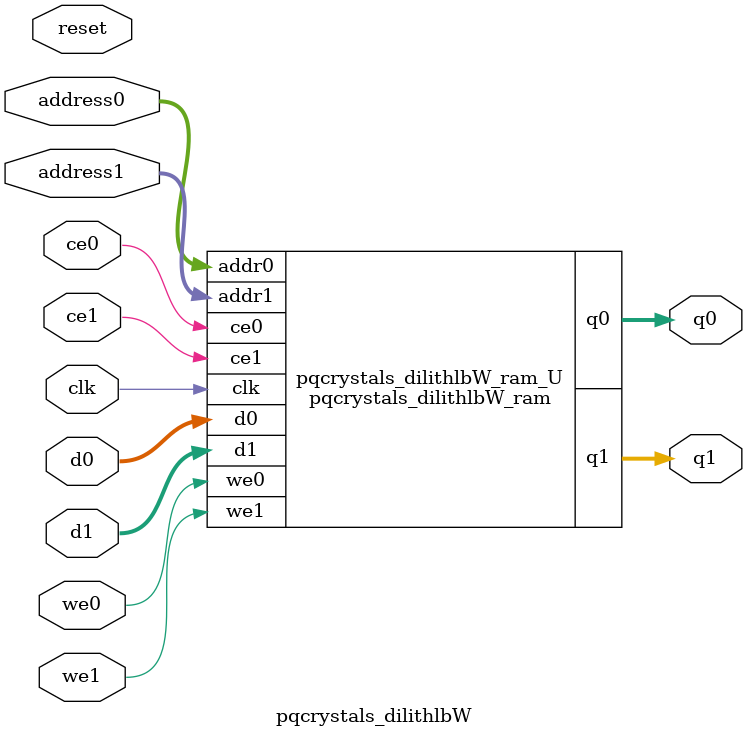
<source format=v>
`timescale 1 ns / 1 ps
module pqcrystals_dilithlbW_ram (addr0, ce0, d0, we0, q0, addr1, ce1, d1, we1, q1,  clk);

parameter DWIDTH = 8;
parameter AWIDTH = 8;
parameter MEM_SIZE = 136;

input[AWIDTH-1:0] addr0;
input ce0;
input[DWIDTH-1:0] d0;
input we0;
output reg[DWIDTH-1:0] q0;
input[AWIDTH-1:0] addr1;
input ce1;
input[DWIDTH-1:0] d1;
input we1;
output reg[DWIDTH-1:0] q1;
input clk;

(* ram_style = "block" *)reg [DWIDTH-1:0] ram[0:MEM_SIZE-1];




always @(posedge clk)  
begin 
    if (ce0) begin
        if (we0) 
            ram[addr0] <= d0; 
        q0 <= ram[addr0];
    end
end


always @(posedge clk)  
begin 
    if (ce1) begin
        if (we1) 
            ram[addr1] <= d1; 
        q1 <= ram[addr1];
    end
end


endmodule

`timescale 1 ns / 1 ps
module pqcrystals_dilithlbW(
    reset,
    clk,
    address0,
    ce0,
    we0,
    d0,
    q0,
    address1,
    ce1,
    we1,
    d1,
    q1);

parameter DataWidth = 32'd8;
parameter AddressRange = 32'd136;
parameter AddressWidth = 32'd8;
input reset;
input clk;
input[AddressWidth - 1:0] address0;
input ce0;
input we0;
input[DataWidth - 1:0] d0;
output[DataWidth - 1:0] q0;
input[AddressWidth - 1:0] address1;
input ce1;
input we1;
input[DataWidth - 1:0] d1;
output[DataWidth - 1:0] q1;



pqcrystals_dilithlbW_ram pqcrystals_dilithlbW_ram_U(
    .clk( clk ),
    .addr0( address0 ),
    .ce0( ce0 ),
    .we0( we0 ),
    .d0( d0 ),
    .q0( q0 ),
    .addr1( address1 ),
    .ce1( ce1 ),
    .we1( we1 ),
    .d1( d1 ),
    .q1( q1 ));

endmodule


</source>
